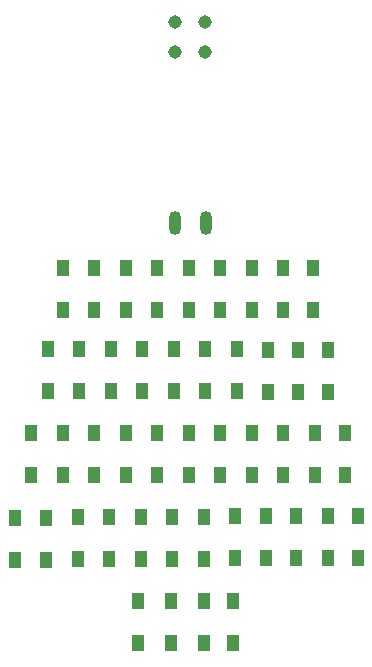
<source format=gbr>
%TF.GenerationSoftware,KiCad,Pcbnew,7.0.5*%
%TF.CreationDate,2023-06-27T22:08:49+09:00*%
%TF.ProjectId,keyboard_011 rev.1.2,6b657962-6f61-4726-945f-303131207265,REV1*%
%TF.SameCoordinates,Original*%
%TF.FileFunction,Paste,Top*%
%TF.FilePolarity,Positive*%
%FSLAX46Y46*%
G04 Gerber Fmt 4.6, Leading zero omitted, Abs format (unit mm)*
G04 Created by KiCad (PCBNEW 7.0.5) date 2023-06-27 22:08:49*
%MOMM*%
%LPD*%
G01*
G04 APERTURE LIST*
%ADD10R,1.000000X1.400000*%
%ADD11O,1.016000X2.032000*%
%ADD12C,1.143000*%
G04 APERTURE END LIST*
D10*
%TO.C,D27*%
X92030100Y14516700D03*
X92030100Y18066700D03*
%TD*%
%TO.C,D5*%
X86696100Y28486700D03*
X86696100Y32036700D03*
%TD*%
%TO.C,D43*%
X82508200Y292700D03*
X82508200Y3842700D03*
%TD*%
%TO.C,D8*%
X94570100Y28486700D03*
X94570100Y32036700D03*
%TD*%
%TO.C,D29*%
X97237100Y14516700D03*
X97237100Y18066700D03*
%TD*%
%TO.C,D18*%
X95840100Y21505600D03*
X95840100Y25055600D03*
%TD*%
%TO.C,D32*%
X74631100Y7404700D03*
X74631100Y10954700D03*
%TD*%
%TO.C,D44*%
X85302200Y292700D03*
X85302200Y3842700D03*
%TD*%
%TO.C,D39*%
X93132800Y7497700D03*
X93132800Y11047700D03*
%TD*%
%TO.C,D36*%
X85302200Y7401700D03*
X85302200Y10951700D03*
%TD*%
%TO.C,D0*%
X73361100Y28486700D03*
X73361100Y32036700D03*
%TD*%
%TO.C,D10*%
X74758100Y21628700D03*
X74758100Y25178700D03*
%TD*%
%TO.C,D21*%
X76028100Y14512900D03*
X76028100Y18062900D03*
%TD*%
%TO.C,D38*%
X90592900Y7449700D03*
X90592900Y10999700D03*
%TD*%
%TO.C,D24*%
X84029100Y14516700D03*
X84029100Y18066700D03*
%TD*%
%TO.C,D41*%
X98339800Y7497700D03*
X98339800Y11047700D03*
%TD*%
%TO.C,D6*%
X89363100Y28486800D03*
X89363100Y32036800D03*
%TD*%
%TO.C,D25*%
X86696100Y14516700D03*
X86696100Y18066700D03*
%TD*%
%TO.C,D31*%
X71964100Y7321900D03*
X71964100Y10871900D03*
%TD*%
%TO.C,D14*%
X85426100Y21628700D03*
X85426100Y25178700D03*
%TD*%
%TO.C,D37*%
X87925800Y7449700D03*
X87925800Y10999700D03*
%TD*%
%TO.C,D9*%
X72091100Y21628700D03*
X72091100Y25178700D03*
%TD*%
%TO.C,D30*%
X69297100Y7321900D03*
X69297100Y10871900D03*
%TD*%
%TO.C,D22*%
X78695100Y14512900D03*
X78695100Y18062900D03*
%TD*%
%TO.C,D23*%
X81362100Y14512900D03*
X81362100Y18062900D03*
%TD*%
%TO.C,D4*%
X84029100Y28486700D03*
X84029100Y32036700D03*
%TD*%
%TO.C,D42*%
X79714200Y292700D03*
X79714200Y3842700D03*
%TD*%
%TO.C,D45*%
X87802000Y292700D03*
X87802000Y3842700D03*
%TD*%
%TO.C,D35*%
X82632100Y7404700D03*
X82632100Y10954700D03*
%TD*%
%TO.C,D28*%
X94697100Y14516700D03*
X94697100Y18066700D03*
%TD*%
%TO.C,D26*%
X89363100Y14516700D03*
X89363100Y18066700D03*
%TD*%
%TO.C,D2*%
X78695100Y28486800D03*
X78695100Y32036800D03*
%TD*%
%TO.C,D1*%
X76028100Y28486800D03*
X76028100Y32036800D03*
%TD*%
%TO.C,D34*%
X79965100Y7404800D03*
X79965100Y10954800D03*
%TD*%
%TO.C,D20*%
X73361100Y14512900D03*
X73361100Y18062900D03*
%TD*%
D11*
%TO.C,U0*%
X82897900Y35843600D03*
X85447900Y35843600D03*
D12*
X82896703Y52847787D03*
X85436703Y52847787D03*
X82896703Y50307787D03*
X85436703Y50307787D03*
%TD*%
D10*
%TO.C,D12*%
X80092100Y21628700D03*
X80092100Y25178700D03*
%TD*%
%TO.C,D33*%
X77298100Y7404700D03*
X77298100Y10954700D03*
%TD*%
%TO.C,D3*%
X81362100Y28486700D03*
X81362100Y32036700D03*
%TD*%
%TO.C,D40*%
X95799900Y7497700D03*
X95799900Y11047700D03*
%TD*%
%TO.C,D11*%
X77425100Y21628700D03*
X77425100Y25178700D03*
%TD*%
%TO.C,D13*%
X82759100Y21628700D03*
X82759100Y25178700D03*
%TD*%
%TO.C,D17*%
X93300100Y21505600D03*
X93300100Y25055600D03*
%TD*%
%TO.C,D7*%
X92030100Y28486700D03*
X92030100Y32036700D03*
%TD*%
%TO.C,D19*%
X70694100Y14512900D03*
X70694100Y18062900D03*
%TD*%
%TO.C,D16*%
X90760100Y21505600D03*
X90760100Y25055600D03*
%TD*%
%TO.C,D15*%
X88093100Y21628800D03*
X88093100Y25178800D03*
%TD*%
M02*

</source>
